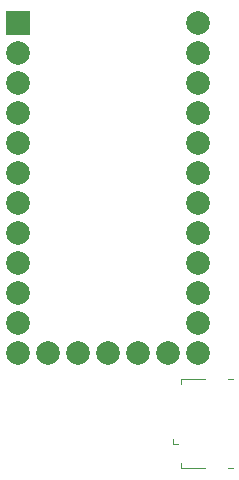
<source format=gbr>
%TF.GenerationSoftware,KiCad,Pcbnew,(6.0.4)*%
%TF.CreationDate,2024-05-03T15:54:38-07:00*%
%TF.ProjectId,left_staggered,6c656674-5f73-4746-9167-67657265642e,v1.0.0*%
%TF.SameCoordinates,Original*%
%TF.FileFunction,Legend,Top*%
%TF.FilePolarity,Positive*%
%FSLAX46Y46*%
G04 Gerber Fmt 4.6, Leading zero omitted, Abs format (unit mm)*
G04 Created by KiCad (PCBNEW (6.0.4)) date 2024-05-03 15:54:38*
%MOMM*%
%LPD*%
G01*
G04 APERTURE LIST*
%ADD10C,0.150000*%
%ADD11C,0.120000*%
%ADD12R,2.000000X2.000000*%
%ADD13C,2.000000*%
G04 APERTURE END LIST*
D10*
%TO.C,*%
D11*
X290690000Y-138740000D02*
X291090000Y-138740000D01*
X286510000Y-144260000D02*
X286060000Y-144260000D01*
X286740000Y-138740000D02*
X286740000Y-139160000D01*
X286060000Y-143810000D02*
X286060000Y-144260000D01*
X288720000Y-146260000D02*
X286740000Y-146260000D01*
X291090000Y-146260000D02*
X290690000Y-146260000D01*
X286740000Y-146260000D02*
X286740000Y-145840000D01*
X288720000Y-138740000D02*
X286740000Y-138740000D01*
%TD*%
D12*
%TO.C,*%
X272880000Y-108580000D03*
D13*
X272880000Y-111120000D03*
X272880000Y-113660000D03*
X272880000Y-116200000D03*
X272880000Y-118740000D03*
X272880000Y-121280000D03*
X272880000Y-123820000D03*
X272880000Y-126360000D03*
X272880000Y-128900000D03*
X272880000Y-131440000D03*
X272880000Y-133980000D03*
X272880000Y-136520000D03*
X288120000Y-136520000D03*
X288120000Y-133980000D03*
X288120000Y-131440000D03*
X288120000Y-128900000D03*
X288120000Y-126360000D03*
X288120000Y-123820000D03*
X288120000Y-121280000D03*
X288120000Y-118740000D03*
X288120000Y-116200000D03*
X288120000Y-113660000D03*
X288120000Y-111120000D03*
X288120000Y-108580000D03*
X275420000Y-136520000D03*
X277960000Y-136520000D03*
X280500000Y-136520000D03*
X283040000Y-136520000D03*
X285580000Y-136520000D03*
%TD*%
M02*

</source>
